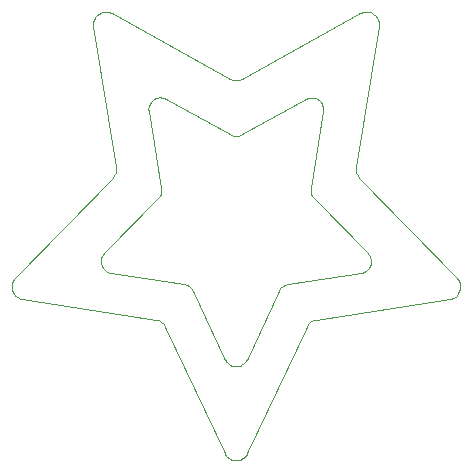
<source format=gko>
G04*
G04 #@! TF.GenerationSoftware,Altium Limited,Altium Designer,22.10.1 (41)*
G04*
G04 Layer_Color=16711935*
%FSLAX25Y25*%
%MOIN*%
G70*
G04*
G04 #@! TF.SameCoordinates,0AD24C9F-CA8A-4173-ACEB-545809BFA2C4*
G04*
G04*
G04 #@! TF.FilePolarity,Positive*
G04*
G01*
G75*
%ADD12C,0.00200*%
D12*
X119622Y65587D02*
X119965Y65408D01*
X118884Y66152D02*
X119622Y65587D01*
X118653Y66398D02*
X118884Y66152D01*
X118456Y66647D02*
X118653Y66398D01*
X118263Y66939D02*
X118456Y66647D01*
X118027Y67398D02*
X118263Y66939D01*
X117713Y68582D02*
X118027Y67398D01*
X117691Y68932D02*
X117713Y68582D01*
X117699Y69250D02*
X117691Y68932D01*
X117733Y69576D02*
X117699Y69250D01*
X117832Y70041D02*
X117733Y69576D01*
X118154Y70837D02*
X117832Y70041D01*
X118261Y71023D02*
X118154Y70837D01*
X118349Y71160D02*
X118261Y71023D01*
X118427Y71272D02*
X118349Y71160D01*
X118499Y71368D02*
X118427Y71272D01*
X118568Y71455D02*
X118499Y71368D01*
X118634Y71534D02*
X118568Y71455D01*
X118696Y71605D02*
X118634Y71534D01*
X118754Y71668D02*
X118696Y71605D01*
X118814Y71730D02*
X118754Y71668D01*
X136682Y90043D02*
X137242Y90771D01*
X137619Y91608D01*
X137791Y92510D01*
X137750Y93427D01*
X133553Y119162D02*
X133566Y119074D01*
X133541Y119249D02*
X133553Y119162D01*
X133532Y119335D02*
X133541Y119249D01*
X133523Y119431D02*
X133532Y119335D01*
X133517Y119535D02*
X133523Y119431D01*
X133513Y119649D02*
X133517Y119535D01*
X133512Y119770D02*
X133513Y119649D01*
X133515Y119910D02*
X133512Y119770D01*
X133526Y120074D02*
X133515Y119910D01*
X133552Y120300D02*
X133526Y120074D01*
X134044Y121694D02*
X133552Y120300D01*
X134206Y121946D02*
X134044Y121694D01*
X134391Y122190D02*
X134206Y121946D01*
X134635Y122461D02*
X134391Y122190D01*
X136145Y123426D02*
X135336Y123028D01*
X134635Y122461D01*
X136437Y123518D02*
X136145Y123426D01*
X136729Y123585D02*
X136437Y123518D01*
X137052Y123633D02*
X136729Y123585D01*
X138437Y123526D02*
X137052Y123633D01*
X138596Y123480D02*
X138437Y123526D01*
X138728Y123436D02*
X138596Y123480D01*
X138842Y123394D02*
X138728Y123436D01*
X138947Y123352D02*
X138842Y123394D01*
X139044Y123310D02*
X138947Y123352D01*
X139131Y123270D02*
X139044Y123310D01*
X139209Y123231D02*
X139131Y123270D01*
X139287Y123191D02*
X139209Y123231D01*
X139356Y123154D02*
X139287Y123191D01*
X160771Y111316D02*
X161692Y110949D01*
X162676Y110825D01*
X163659Y110949D01*
X164580Y111316D01*
X186073Y123196D02*
X185995Y123154D01*
X186151Y123236D02*
X186073Y123196D01*
X186229Y123274D02*
X186151Y123236D01*
X186317Y123314D02*
X186229Y123274D01*
X186413Y123355D02*
X186317Y123314D01*
X186518Y123397D02*
X186413Y123355D01*
X186632Y123439D02*
X186518Y123397D01*
X186765Y123482D02*
X186632Y123439D01*
X186924Y123528D02*
X186765Y123482D01*
X187144Y123579D02*
X186924Y123528D01*
X188623Y123585D02*
X187144Y123579D01*
X188914Y123518D02*
X188623Y123585D01*
X189207Y123426D02*
X188914Y123518D01*
X189544Y123287D02*
X189207Y123426D01*
X190961Y122190D02*
X190314Y122818D01*
X189545Y123287D01*
X191146Y121946D02*
X190961Y122190D01*
X191307Y121694D02*
X191146Y121946D01*
X191461Y121406D02*
X191307Y121694D01*
X191826Y120065D02*
X191461Y121406D01*
X191836Y119900D02*
X191826Y120065D01*
X191840Y119761D02*
X191836Y119900D01*
X191839Y119639D02*
X191840Y119761D01*
X191834Y119526D02*
X191839Y119639D01*
X191827Y119421D02*
X191834Y119526D01*
X191819Y119326D02*
X191827Y119421D01*
X191809Y119239D02*
X191819Y119326D01*
X191797Y119152D02*
X191809Y119239D01*
X191786Y119074D02*
X191797Y119152D01*
X187602Y93427D02*
X187561Y92510D01*
X187733Y91608D01*
X188109Y90771D01*
X188670Y90043D01*
X206604Y71661D02*
X206538Y71730D01*
X206661Y71598D02*
X206604Y71661D01*
X206723Y71527D02*
X206661Y71598D01*
X206789Y71448D02*
X206723Y71527D01*
X206858Y71360D02*
X206789Y71448D01*
X206930Y71264D02*
X206858Y71360D01*
X207008Y71152D02*
X206930Y71264D01*
X207095Y71015D02*
X207008Y71152D01*
X207202Y70830D02*
X207095Y71015D01*
X207368Y70481D02*
X207202Y70830D01*
X207617Y69585D02*
X207368Y70481D01*
X207653Y69250D02*
X207617Y69585D01*
X207660Y68932D02*
X207653Y69250D01*
X207639Y68582D02*
X207660Y68932D01*
X207551Y68074D02*
X207639Y68582D01*
X207088Y66939D02*
X207551Y68074D01*
X206895Y66647D02*
X207088Y66939D01*
X206698Y66398D02*
X206895Y66647D01*
X206474Y66158D02*
X206698Y66398D01*
X206115Y65846D02*
X206474Y66158D01*
X205379Y65404D02*
X206115Y65846D01*
X205182Y65321D02*
X205379Y65404D01*
X205029Y65264D02*
X205182Y65321D01*
X204899Y65222D02*
X205029Y65264D01*
X204784Y65189D02*
X204899Y65222D01*
X204676Y65161D02*
X204784Y65189D01*
X204576Y65137D02*
X204676Y65161D01*
X204483Y65118D02*
X204576Y65137D01*
X204399Y65103D02*
X204483Y65118D01*
X204314Y65089D02*
X204399Y65103D01*
X179960Y61368D02*
X179033Y61107D01*
X178198Y60630D01*
X177503Y59964D01*
X176990Y59149D01*
X166201Y36163D02*
X166240Y36244D01*
X166165Y36093D02*
X166201Y36163D01*
X166123Y36015D02*
X166165Y36093D01*
X166080Y35938D02*
X166123Y36015D01*
X166031Y35855D02*
X166080Y35938D01*
X165975Y35765D02*
X166031Y35855D01*
X165912Y35670D02*
X165975Y35765D01*
X165836Y35562D02*
X165912Y35670D01*
X165746Y35443D02*
X165836Y35562D01*
X165627Y35302D02*
X165746Y35443D01*
X165434Y35096D02*
X165627Y35302D01*
X164483Y34410D02*
X165434Y35096D01*
X164208Y34283D02*
X164483Y34410D01*
X163941Y34184D02*
X164208Y34283D01*
X163644Y34098D02*
X163941Y34184D01*
X163256Y34022D02*
X163644Y34098D01*
X161708Y34098D02*
X162478Y33985D01*
X163256Y34022D01*
X161410Y34184D02*
X161708Y34098D01*
X161143Y34283D02*
X161410Y34184D01*
X160876Y34406D02*
X161143Y34283D01*
X160557Y34587D02*
X160876Y34406D01*
X159712Y35315D02*
X160557Y34587D01*
X159594Y35458D02*
X159712Y35315D01*
X159504Y35577D02*
X159594Y35458D01*
X159428Y35686D02*
X159504Y35577D01*
X159366Y35781D02*
X159428Y35686D01*
X159310Y35871D02*
X159366Y35781D01*
X159261Y35955D02*
X159310Y35871D01*
X159219Y36032D02*
X159261Y35955D01*
X159177Y36110D02*
X159219Y36032D01*
X159142Y36181D02*
X159177Y36110D01*
X148361Y59149D02*
X147848Y59964D01*
X147154Y60630D01*
X146318Y61107D01*
X145391Y61368D01*
X120943Y65104D02*
X121037Y65089D01*
X120859Y65120D02*
X120943Y65104D01*
X120766Y65139D02*
X120859Y65120D01*
X120666Y65163D02*
X120766Y65139D01*
X120558Y65191D02*
X120666Y65163D01*
X120444Y65225D02*
X120558Y65191D01*
X120314Y65267D02*
X120444Y65225D01*
X120161Y65324D02*
X120314Y65267D01*
X119965Y65408D02*
X120161Y65324D01*
X89188Y57510D02*
X89872Y56988D01*
X88946Y57760D02*
X89189Y57510D01*
X88742Y58007D02*
X88946Y57760D01*
X88549Y58283D02*
X88742Y58007D01*
X88338Y58651D02*
X88549Y58283D01*
X87880Y60335D02*
X88022Y59470D01*
X88338Y58651D01*
X87874Y60681D02*
X87880Y60335D01*
X87894Y61010D02*
X87874Y60681D01*
X87950Y61383D02*
X87894Y61010D01*
X88443Y62676D02*
X87950Y61383D01*
X88544Y62839D02*
X88443Y62676D01*
X88631Y62966D02*
X88544Y62839D01*
X88711Y63076D02*
X88631Y62966D01*
X88784Y63169D02*
X88711Y63076D01*
X88853Y63253D02*
X88784Y63169D01*
X88919Y63329D02*
X88853Y63253D01*
X88986Y63404D02*
X88919Y63329D01*
X89049Y63470D02*
X88986Y63404D01*
X121563Y96864D02*
X122157Y97637D01*
X122556Y98527D01*
X122739Y99484D01*
X122695Y100458D01*
X115045Y147460D02*
X115059Y147367D01*
X115033Y147552D02*
X115045Y147460D01*
X115023Y147644D02*
X115033Y147552D01*
X115014Y147746D02*
X115023Y147644D01*
X115007Y147857D02*
X115014Y147746D01*
X115003Y147977D02*
X115007Y147857D01*
X115002Y148106D02*
X115003Y147977D01*
X115006Y148254D02*
X115002Y148106D01*
X115017Y148429D02*
X115006Y148254D01*
X115045Y148669D02*
X115017Y148429D01*
X115589Y150188D02*
X115241Y149456D01*
X115045Y148669D01*
X115769Y150461D02*
X115589Y150188D01*
X115985Y150739D02*
X115769Y150461D01*
X116295Y151065D02*
X115985Y150739D01*
X117624Y151924D02*
X116919Y151557D01*
X116295Y151065D01*
X117938Y152038D02*
X117624Y151924D01*
X118234Y152120D02*
X117938Y152038D01*
X118546Y152181D02*
X118234Y152120D01*
X118936Y152224D02*
X118546Y152181D01*
X120128Y152118D02*
X118936Y152224D01*
X120315Y152068D02*
X120128Y152118D01*
X120465Y152022D02*
X120315Y152068D01*
X120596Y151976D02*
X120465Y152022D01*
X120707Y151933D02*
X120596Y151976D01*
X120809Y151890D02*
X120707Y151933D01*
X120902Y151849D02*
X120809Y151890D01*
X120994Y151805D02*
X120902Y151849D01*
X121077Y151763D02*
X120994Y151805D01*
X121150Y151725D02*
X121077Y151763D01*
X160657Y129841D02*
X161633Y129451D01*
X162676Y129318D01*
X163718Y129451D01*
X164694Y129840D01*
X204238Y151744D02*
X204155Y151700D01*
X204320Y151787D02*
X204238Y151744D01*
X204403Y151827D02*
X204320Y151787D01*
X204496Y151870D02*
X204403Y151827D01*
X204598Y151914D02*
X204496Y151870D01*
X204709Y151958D02*
X204598Y151914D01*
X204831Y152003D02*
X204709Y151958D01*
X204971Y152049D02*
X204831Y152003D01*
X205139Y152097D02*
X204971Y152049D01*
X205364Y152150D02*
X205139Y152097D01*
X206949Y152156D02*
X206156Y152231D01*
X205364Y152150D01*
X207249Y152086D02*
X206949Y152156D01*
X207551Y151992D02*
X207249Y152086D01*
X207893Y151853D02*
X207551Y151992D01*
X208466Y151534D02*
X207893Y151853D01*
X209246Y150873D02*
X208466Y151534D01*
X209491Y150584D02*
X209246Y150873D01*
X209680Y150319D02*
X209491Y150584D01*
X209853Y150030D02*
X209680Y150319D01*
X210035Y149650D02*
X209853Y150030D01*
X210323Y148545D02*
X210035Y149650D01*
X210341Y148342D02*
X210323Y148545D01*
X210349Y148175D02*
X210341Y148342D01*
X210350Y148037D02*
X210349Y148175D01*
X210347Y147907D02*
X210350Y148037D01*
X210341Y147796D02*
X210347Y147907D01*
X210333Y147695D02*
X210341Y147796D01*
X210323Y147593D02*
X210333Y147695D01*
X210312Y147501D02*
X210323Y147593D01*
X210299Y147408D02*
X210312Y147501D01*
X202656Y100458D02*
X202613Y99484D01*
X202795Y98527D01*
X203194Y97637D01*
X203788Y96864D01*
X236358Y63411D02*
X236288Y63485D01*
X236426Y63336D02*
X236358Y63411D01*
X236492Y63261D02*
X236426Y63336D01*
X236561Y63177D02*
X236492Y63261D01*
X236634Y63084D02*
X236561Y63177D01*
X236715Y62974D02*
X236634Y63084D01*
X236803Y62846D02*
X236715Y62974D01*
X236899Y62693D02*
X236803Y62846D01*
X237019Y62478D02*
X236899Y62693D01*
X237461Y60966D02*
X237314Y61744D01*
X237019Y62478D01*
X237479Y60628D02*
X237461Y60966D01*
X237467Y60273D02*
X237479Y60628D01*
X237408Y59818D02*
X237467Y60273D01*
X236840Y58343D02*
X237193Y59054D01*
X237408Y59818D01*
X236647Y58057D02*
X236840Y58343D01*
X236447Y57807D02*
X236647Y58057D01*
X236214Y57560D02*
X236447Y57807D01*
X235869Y57257D02*
X236214Y57560D01*
X235017Y56746D02*
X235869Y57257D01*
X234816Y56663D02*
X235017Y56746D01*
X234653Y56605D02*
X234816Y56663D01*
X234514Y56561D02*
X234653Y56605D01*
X234392Y56526D02*
X234514Y56561D01*
X234277Y56498D02*
X234392Y56526D01*
X234170Y56474D02*
X234277Y56498D01*
X234072Y56454D02*
X234170Y56474D01*
X233982Y56439D02*
X234072Y56454D01*
X189377Y49609D02*
X188394Y49332D01*
X187508Y48825D01*
X186772Y48117D01*
X186230Y47252D01*
X166412Y4944D02*
X166453Y5030D01*
X166374Y4869D02*
X166412Y4944D01*
X166330Y4786D02*
X166374Y4869D01*
X166285Y4705D02*
X166330Y4786D01*
X166232Y4617D02*
X166285Y4705D01*
X166173Y4521D02*
X166232Y4617D01*
X166106Y4420D02*
X166173Y4521D01*
X166031Y4314D02*
X166106Y4420D01*
X165936Y4187D02*
X166031Y4314D01*
X165817Y4044D02*
X165936Y4187D01*
X165633Y3844D02*
X165817Y4044D01*
X164501Y3037D02*
X165633Y3844D01*
X164206Y2910D02*
X164501Y3037D01*
X163904Y2806D02*
X164206Y2910D01*
X163560Y2717D02*
X163904Y2806D01*
X163020Y2639D02*
X163560Y2717D01*
X161792D02*
X163020Y2639D01*
X161448Y2806D02*
X161792Y2717D01*
X161154Y2906D02*
X161448Y2806D01*
X160867Y3029D02*
X161154Y2906D01*
X160541Y3202D02*
X160867Y3029D01*
X159522Y4058D02*
X160541Y3202D01*
X159404Y4203D02*
X159522Y4058D01*
X159308Y4330D02*
X159404Y4203D01*
X159234Y4437D02*
X159308Y4330D01*
X159167Y4538D02*
X159234Y4437D01*
X159108Y4634D02*
X159167Y4538D01*
X159057Y4723D02*
X159108Y4634D01*
X159012Y4805D02*
X159057Y4723D01*
X158968Y4888D02*
X159012Y4805D01*
X158930Y4963D02*
X158968Y4888D01*
X139122Y47252D02*
X138579Y48117D01*
X137843Y48825D01*
X136957Y49332D01*
X135975Y49609D01*
X91320Y56447D02*
X91420Y56431D01*
X91230Y56464D02*
X91320Y56447D01*
X91133Y56484D02*
X91230Y56464D01*
X91026Y56509D02*
X91133Y56484D01*
X90912Y56539D02*
X91026Y56509D01*
X90790Y56575D02*
X90912Y56539D01*
X90653Y56620D02*
X90790Y56575D01*
X90491Y56680D02*
X90653Y56620D01*
X90283Y56770D02*
X90491Y56680D01*
X89872Y56988D02*
X90283Y56770D01*
X118814Y71730D02*
X136682Y90043D01*
X133566Y119074D02*
X137750Y93427D01*
X139356Y123154D02*
X160771Y111316D01*
X164580D02*
X185995Y123154D01*
X187602Y93427D02*
X191786Y119074D01*
X188670Y90043D02*
X206538Y71730D01*
X179960Y61368D02*
X204314Y65089D01*
X166240Y36244D02*
X176990Y59149D01*
X159112Y36244D02*
X159142Y36181D01*
X148361Y59149D02*
X159112Y36244D01*
X121037Y65089D02*
X145391Y61368D01*
X89049Y63470D02*
X89063Y63485D01*
X121563Y96864D01*
X115059Y147367D02*
X122695Y100458D01*
X121151Y151725D02*
X121196Y151700D01*
X160657Y129841D01*
X164694Y129840D02*
X204155Y151700D01*
X210292Y147367D02*
X210299Y147408D01*
X202656Y100458D02*
X210292Y147367D01*
X203788Y96864D02*
X236288Y63485D01*
X233932Y56431D02*
X233982Y56439D01*
X189377Y49609D02*
X233932Y56431D01*
X166453Y5030D02*
X186230Y47252D01*
X158898Y5030D02*
X158930Y4963D01*
X139122Y47252D02*
X158898Y5030D01*
X91420Y56431D02*
X135975Y49609D01*
M02*

</source>
